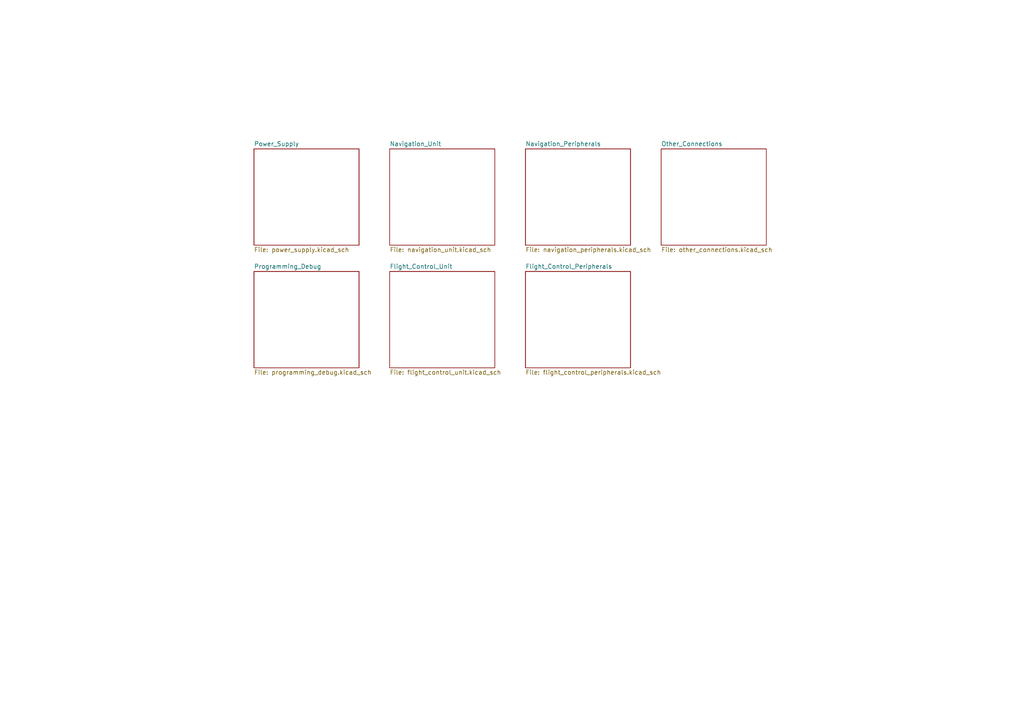
<source format=kicad_sch>
(kicad_sch
	(version 20250114)
	(generator "eeschema")
	(generator_version "9.0")
	(uuid "8dc22ddc-eb0a-4b80-a714-26a959e826d2")
	(paper "A4")
	(title_block
		(title "Gravitum Flight Control System")
		(company "Breno Soares Alves")
	)
	(lib_symbols)
	(sheet
		(at 152.4 43.18)
		(size 30.48 27.94)
		(exclude_from_sim no)
		(in_bom yes)
		(on_board yes)
		(dnp no)
		(fields_autoplaced yes)
		(stroke
			(width 0.1524)
			(type solid)
		)
		(fill
			(color 0 0 0 0.0000)
		)
		(uuid "21c15db4-fcc2-43e2-90c6-38347e6b80b5")
		(property "Sheetname" "Navigation_Peripherals"
			(at 152.4 42.4684 0)
			(effects
				(font
					(size 1.27 1.27)
				)
				(justify left bottom)
			)
		)
		(property "Sheetfile" "navigation_peripherals.kicad_sch"
			(at 152.4 71.7046 0)
			(effects
				(font
					(size 1.27 1.27)
				)
				(justify left top)
			)
		)
		(instances
			(project "aircraft"
				(path "/8dc22ddc-eb0a-4b80-a714-26a959e826d2"
					(page "5")
				)
			)
		)
	)
	(sheet
		(at 152.4 78.74)
		(size 30.48 27.94)
		(exclude_from_sim no)
		(in_bom yes)
		(on_board yes)
		(dnp no)
		(fields_autoplaced yes)
		(stroke
			(width 0.1524)
			(type solid)
		)
		(fill
			(color 0 0 0 0.0000)
		)
		(uuid "2b3e482d-66cf-439d-9529-121b0ac868e2")
		(property "Sheetname" "Flight_Control_Peripherals"
			(at 152.4 78.0284 0)
			(effects
				(font
					(size 1.27 1.27)
				)
				(justify left bottom)
			)
		)
		(property "Sheetfile" "flight_control_peripherals.kicad_sch"
			(at 152.4 107.2646 0)
			(effects
				(font
					(size 1.27 1.27)
				)
				(justify left top)
			)
		)
		(instances
			(project "aircraft"
				(path "/8dc22ddc-eb0a-4b80-a714-26a959e826d2"
					(page "6")
				)
			)
		)
	)
	(sheet
		(at 73.66 43.18)
		(size 30.48 27.94)
		(exclude_from_sim no)
		(in_bom yes)
		(on_board yes)
		(dnp no)
		(fields_autoplaced yes)
		(stroke
			(width 0.1524)
			(type solid)
		)
		(fill
			(color 0 0 0 0.0000)
		)
		(uuid "39a9e851-414a-49a1-b5c9-24c58b61cca2")
		(property "Sheetname" "Power_Supply"
			(at 73.66 42.4684 0)
			(effects
				(font
					(size 1.27 1.27)
				)
				(justify left bottom)
			)
		)
		(property "Sheetfile" "power_supply.kicad_sch"
			(at 73.66 71.7046 0)
			(effects
				(font
					(size 1.27 1.27)
				)
				(justify left top)
			)
		)
		(instances
			(project "aircraft"
				(path "/8dc22ddc-eb0a-4b80-a714-26a959e826d2"
					(page "2")
				)
			)
		)
	)
	(sheet
		(at 73.66 78.74)
		(size 30.48 27.94)
		(exclude_from_sim no)
		(in_bom yes)
		(on_board yes)
		(dnp no)
		(fields_autoplaced yes)
		(stroke
			(width 0.1524)
			(type solid)
		)
		(fill
			(color 0 0 0 0.0000)
		)
		(uuid "99b12765-d975-4f5f-b9b8-f3f046a9bf7b")
		(property "Sheetname" "Programming_Debug"
			(at 73.66 78.0284 0)
			(effects
				(font
					(size 1.27 1.27)
				)
				(justify left bottom)
			)
		)
		(property "Sheetfile" "programming_debug.kicad_sch"
			(at 73.66 107.2646 0)
			(effects
				(font
					(size 1.27 1.27)
				)
				(justify left top)
			)
		)
		(instances
			(project "aircraft"
				(path "/8dc22ddc-eb0a-4b80-a714-26a959e826d2"
					(page "7")
				)
			)
		)
	)
	(sheet
		(at 113.03 78.74)
		(size 30.48 27.94)
		(exclude_from_sim no)
		(in_bom yes)
		(on_board yes)
		(dnp no)
		(fields_autoplaced yes)
		(stroke
			(width 0.1524)
			(type solid)
		)
		(fill
			(color 0 0 0 0.0000)
		)
		(uuid "c8fc8e69-bb49-4956-91d7-091fbd48c0bc")
		(property "Sheetname" "Flight_Control_Unit"
			(at 113.03 78.0284 0)
			(effects
				(font
					(size 1.27 1.27)
				)
				(justify left bottom)
			)
		)
		(property "Sheetfile" "flight_control_unit.kicad_sch"
			(at 113.03 107.2646 0)
			(effects
				(font
					(size 1.27 1.27)
				)
				(justify left top)
			)
		)
		(instances
			(project "aircraft"
				(path "/8dc22ddc-eb0a-4b80-a714-26a959e826d2"
					(page "4")
				)
			)
		)
	)
	(sheet
		(at 191.77 43.18)
		(size 30.48 27.94)
		(exclude_from_sim no)
		(in_bom yes)
		(on_board yes)
		(dnp no)
		(fields_autoplaced yes)
		(stroke
			(width 0.1524)
			(type solid)
		)
		(fill
			(color 0 0 0 0.0000)
		)
		(uuid "f68bfd02-e75f-45be-869e-2735da76252c")
		(property "Sheetname" "Other_Connections"
			(at 191.77 42.4684 0)
			(effects
				(font
					(size 1.27 1.27)
				)
				(justify left bottom)
			)
		)
		(property "Sheetfile" "other_connections.kicad_sch"
			(at 191.77 71.7046 0)
			(effects
				(font
					(size 1.27 1.27)
				)
				(justify left top)
			)
		)
		(instances
			(project "aircraft"
				(path "/8dc22ddc-eb0a-4b80-a714-26a959e826d2"
					(page "8")
				)
			)
		)
	)
	(sheet
		(at 113.03 43.18)
		(size 30.48 27.94)
		(exclude_from_sim no)
		(in_bom yes)
		(on_board yes)
		(dnp no)
		(fields_autoplaced yes)
		(stroke
			(width 0.1524)
			(type solid)
		)
		(fill
			(color 0 0 0 0.0000)
		)
		(uuid "fc11477c-3333-4f98-8873-4701516b0387")
		(property "Sheetname" "Navigation_Unit"
			(at 113.03 42.4684 0)
			(effects
				(font
					(size 1.27 1.27)
				)
				(justify left bottom)
			)
		)
		(property "Sheetfile" "navigation_unit.kicad_sch"
			(at 113.03 71.7046 0)
			(effects
				(font
					(size 1.27 1.27)
				)
				(justify left top)
			)
		)
		(instances
			(project "aircraft"
				(path "/8dc22ddc-eb0a-4b80-a714-26a959e826d2"
					(page "3")
				)
			)
		)
	)
	(sheet_instances
		(path "/"
			(page "1")
		)
	)
	(embedded_fonts no)
)

</source>
